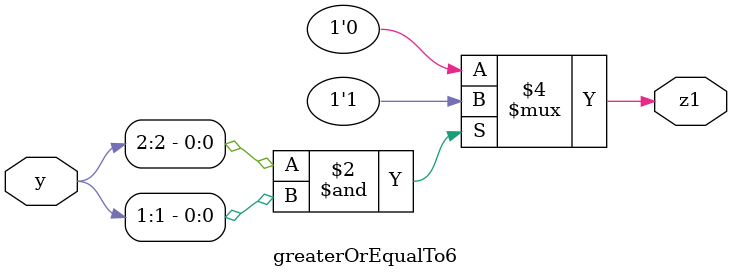
<source format=v>
module greaterOrEqualTo6(input [2:0]y,
                         output reg z1);
    always @ (y[2] or y[1] or y[0])
    begin
      if (y[2] & y[1])
        z1 = 1'b1;
      else
         z1 = 1'b0;
    end
endmodule
</source>
